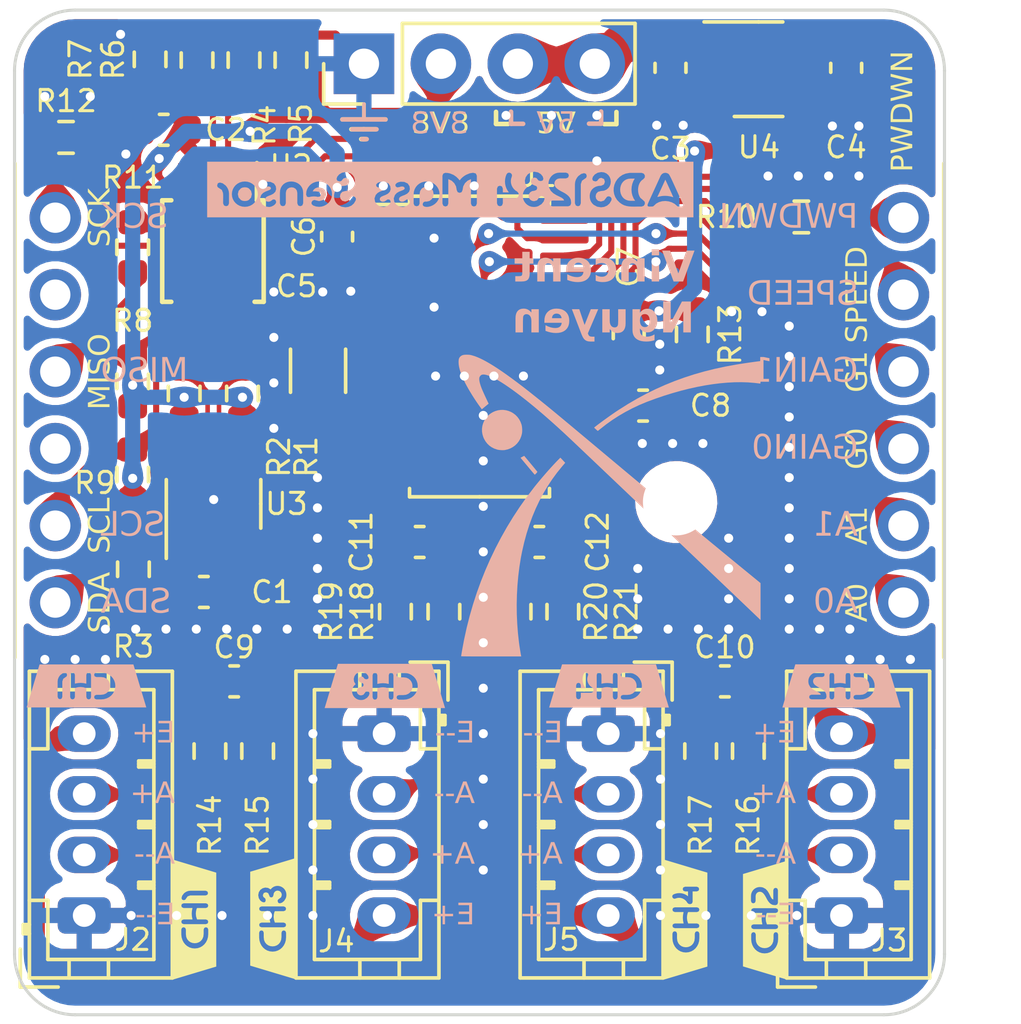
<source format=kicad_pcb>
(kicad_pcb (version 20221018) (generator pcbnew)
  (title_block (title "ADS1234 Mass Sensor + Temperature Sensor Hat") (date "2023-07-16") (rev "1") (company "EPFL Xplore") (comment 4 "Author: Vincent Nguyen"))
  (layers (0 "F.Cu" signal) (31 "B.Cu" signal) (34 "B.Paste" user) (35 "F.Paste" user) (36 "B.SilkS" user "B.Silkscreen") (37 "F.SilkS" user "F.Silkscreen") (38 "B.Mask" user) (39 "F.Mask" user) (44 "Edge.Cuts" user))
  (net 0 "")
  (net 1 "VDD")
  (net 2 "+3V3")
  (net 3 "/AINP4")
  (net 4 "/CH4_A+")
  (net 5 "/XORH")
  (net 6 "GND")
  (net 7 "/XORL")
  (net 8 "/MCU_~{PWDN}")
  (net 9 "/~{PWDN}")
  (net 10 "/MISO")
  (net 11 "/~{DRDY}{slash}DOUT")
  (net 12 "/SCK")
  (net 13 "/SCLK")
  (net 14 "+4V5")
  (net 15 "/AINP1")
  (net 16 "/CH1_A+")
  (net 17 "/AINN1")
  (net 18 "/CH1_A-")
  (net 19 "/AINP2")
  (net 20 "/CH2_A+")
  (net 21 "/AINN2")
  (net 22 "/CH2_A-")
  (net 23 "/AINP3")
  (net 24 "/CH3_A+")
  (net 25 "/AINN3")
  (net 26 "/CH3_A-")
  (net 27 "/AINN4")
  (net 28 "/CH4_A-")
  (net 30 "+5V")
  (net 34 "/A0")
  (net 35 "/A1")
  (net 36 "/GAIN0")
  (net 37 "/GAIN1")
  (net 38 "/SPEED")
  (net 40 "/SDA")
  (net 41 "/SCL")
  (net 42 "/REFP")
  (net 43 "/SCLOUT")
  (net 44 "/SDAOUT")
  (net 45 "/CAP1")
  (net 46 "/CAP2")
  (footprint "Resistor_SMD:R_0603_1608Metric" (layer "F.Cu") (at 104.645 67.37 -90)
    (fp_text reference "R19")
    (fp_text value "100R")
  )
  (footprint "Resistor_SMD:R_0603_1608Metric" (layer "F.Cu") (at 114.72 71.97 -90)
    (fp_text reference "R17")
    (fp_text value "100R")
  )
  (footprint "Package_TO_SOT_SMD:SOT-23-5" (layer "F.Cu") (at 98.64 63.8125 90)
    (fp_text reference "U3")
    (fp_text value "MCP9800A0T-M/OT")
  )
  (footprint "Connector_JST:JST_PH_B4B-PH-K_1x04_P2.00mm_Vertical" (layer "F.Cu") (at 111.67 71.395 -90)
    (fp_text reference "J5")
    (fp_text value "B4B-PH-K")
  )
  (footprint "Resistor_SMD:R_0603_1608Metric" (layer "F.Cu") (at 100.095 71.97 -90)
    (fp_text reference "R15")
    (fp_text value "100R")
  )
  (footprint "Connector_JST:JST_PH_B4B-PH-K_1x04_P2.00mm_Vertical" (layer "F.Cu") (at 119.37 77.395 90)
    (fp_text reference "J3")
    (fp_text value "B4B-PH-K")
  )
  (footprint "Resistor_SMD:R_0603_1608Metric" (layer "F.Cu") (at 95.97 59.77 90)
    (fp_text reference "R8")
    (fp_text value "DNP")
  )
  (footprint "Capacitor_SMD:C_1206_3216Metric" (layer "F.Cu") (at 102.09 59.42 -90)
    (fp_text reference "C5")
    (fp_text value "0.1uF C0G")
  )
  (footprint "Resistor_SMD:R_0603_1608Metric" (layer "F.Cu") (at 99.595 60.17 90)
    (fp_text reference "R1")
    (fp_text value "10k")
  )
  (footprint "Capacitor_SMD:C_0603_1608Metric" (layer "F.Cu") (at 109.395 65.07)
    (fp_text reference "C12")
    (fp_text value "10 nF C0G")
  )
  (footprint "0_connectors:Hat_connector_hole" (layer "F.Cu") (at 107.415 58.18)
    (fp_text reference "J1" hide)
    (fp_text value "Hat_connector_hole")
  )
  (footprint "kibuzzard-64B335C8" (layer "F.Cu") (at 100.58 77.5 90)
    (fp_text reference "kibuzzard-64B335C8" hide)
    (fp_text value "G***" hide)
  )
  (footprint "Resistor_SMD:R_0603_1608Metric" (layer "F.Cu") (at 106.245 67.37 -90)
    (fp_text reference "R18")
    (fp_text value "100R")
  )
  (footprint "Capacitor_SMD:C_0603_1608Metric" (layer "F.Cu") (at 105.445 65.07 180)
    (fp_text reference "C11")
    (fp_text value "10 nF C0G")
  )
  (footprint "Resistor_SMD:R_0603_1608Metric" (layer "F.Cu") (at 118.045 54.345 180)
    (fp_text reference "R10")
    (fp_text value "47R")
  )
  (footprint "Capacitor_SMD:C_0603_1608Metric" (layer "F.Cu") (at 115.52 69.67 180)
    (fp_text reference "C10")
    (fp_text value "10 nF C0G")
  )
  (footprint "Resistor_SMD:R_0603_1608Metric" (layer "F.Cu") (at 99.645 49.17 -90)
    (fp_text reference "R4")
    (fp_text value "1M")
  )
  (footprint "Resistor_SMD:R_0603_1608Metric" (layer "F.Cu") (at 108.595 67.37 -90)
    (fp_text reference "R20")
    (fp_text value "100R")
  )
  (footprint "Resistor_SMD:R_0603_1608Metric" (layer "F.Cu") (at 114.445 58.22 90)
    (fp_text reference "R13")
    (fp_text value "100R")
  )
  (footprint "Resistor_SMD:R_0603_1608Metric" (layer "F.Cu") (at 95.995 65.97 90)
    (fp_text reference "R3")
    (fp_text value "200R")
  )
  (footprint "Capacitor_SMD:C_0603_1608Metric" (layer "F.Cu") (at 96.995 51.47 180)
    (fp_text reference "C2")
    (fp_text value "0.1uF")
  )
  (footprint "Connector_JST:JST_PH_B4B-PH-K_1x04_P2.00mm_Vertical" (layer "F.Cu") (at 104.27 71.395 -90)
    (fp_text reference "J4")
    (fp_text value "B4B-PH-K")
  )
  (footprint "Capacitor_SMD:C_0603_1608Metric" (layer "F.Cu") (at 102.72 54.995 -90)
    (fp_text reference "C6")
    (fp_text value "0.1uF")
  )
  (footprint "Capacitor_SMD:C_0603_1608Metric_Pad1.08x0.95mm_HandSolder" (layer "F.Cu") (at 113.725 49.425 -90)
    (fp_text reference "C3")
    (fp_text value "2.2uF")
  )
  (footprint "Capacitor_SMD:C_0603_1608Metric" (layer "F.Cu") (at 112.345 58.22 -90)
    (fp_text reference "C7")
    (fp_text value "0.1uF")
  )
  (footprint "Resistor_SMD:R_0603_1608Metric" (layer "F.Cu") (at 101.195 49.17 90)
    (fp_text reference "R5")
    (fp_text value "681k")
  )
  (footprint "Resistor_SMD:R_0603_1608Metric" (layer "F.Cu") (at 95.97 62.845 90)
    (fp_text reference "R9")
    (fp_text value "DNP")
  )
  (footprint "Resistor_SMD:R_0603_1608Metric" (layer "F.Cu") (at 98.52 71.97 -90)
    (fp_text reference "R14")
    (fp_text value "100R")
  )
  (footprint "Resistor_SMD:R_0603_1608Metric" (layer "F.Cu") (at 116.295 71.97 -90)
    (fp_text reference "R16")
    (fp_text value "100R")
  )
  (footprint "kibuzzard-64B339D1" (layer "F.Cu") (at 114.23 77.53 90)
    (fp_text reference "kibuzzard-64B339D1" hide)
    (fp_text value "G***" hide)
  )
  (footprint "Capacitor_SMD:C_0603_1608Metric" (layer "F.Cu") (at 98.320001 66.72)
    (fp_text reference "C1")
    (fp_text value "0.1uF")
  )
  (footprint "0_adc:ADS1234" (layer "F.Cu") (at 107.42 58.62)
    (fp_text reference "U1")
    (fp_text value "ADS1234IPW")
  )
  (footprint "Package_TO_SOT_SMD:SOT-23-5" (layer "F.Cu") (at 116.6325 49.470001)
    (fp_text reference "U4")
    (fp_text value "ADP7118AUJZ-4.5-R7")
  )
  (footprint "Resistor_SMD:R_0603_1608Metric" (layer "F.Cu") (at 96.545 49.145 90)
    (fp_text reference "R7")
    (fp_text value "681k")
  )
  (footprint "Resistor_SMD:R_0603_1608Metric" (layer "F.Cu") (at 97.67 60.17 90)
    (fp_text reference "R2")
    (fp_text value "10k")
  )
  (footprint "Resistor_SMD:R_0603_1608Metric" (layer "F.Cu") (at 110.17 67.37 -90)
    (fp_text reference "R21")
    (fp_text value "100R")
  )
  (footprint "Capacitor_SMD:C_0603_1608Metric" (layer "F.Cu") (at 99.32 69.67)
    (fp_text reference "C9")
    (fp_text value "10 nF C0G")
  )
  (footprint "kibuzzard-64B335B3" (layer "F.Cu") (at 116.83 77.55 90)
    (fp_text reference "kibuzzard-64B335B3" hide)
    (fp_text value "G***" hide)
  )
  (footprint "Capacitor_SMD:C_0603_1608Metric_Pad1.08x0.95mm_HandSolder" (layer "F.Cu") (at 119.525 49.425 -90)
    (fp_text reference "C4")
    (fp_text value "2.2uF")
  )
  (footprint "Connector_JST:JST_PH_B4B-PH-K_1x04_P2.00mm_Vertical" (layer "F.Cu") (at 94.37 77.395 90)
    (fp_text reference "J2")
    (fp_text value "B4B-PH-K")
  )
  (footprint "Capacitor_SMD:C_0603_1608Metric" (layer "F.Cu") (at 112.82 60.57 180)
    (fp_text reference "C8")
    (fp_text value "10 nF C0G")
  )
  (footprint "Resistor_SMD:R_0603_1608Metric" (layer "F.Cu") (at 93.77 51.72)
    (fp_text reference "R12")
    (fp_text value "47R")
  )
  (footprint "Resistor_SMD:R_0603_1608Metric" (layer "F.Cu") (at 95.97 55.345 90)
    (fp_text reference "R11")
    (fp_text value "47R")
  )
  (footprint "Package_SO:MSOP-10_3x3mm_P0.5mm" (layer "F.Cu") (at 98.62 55.47 -90)
    (fp_text reference "U2")
    (fp_text value "LTC4316")
  )
  (footprint "kibuzzard-64B339BA" (layer "F.Cu") (at 98.02 77.53 90)
    (fp_text reference "kibuzzard-64B339BA" hide)
    (fp_text value "G***" hide)
  )
  (footprint "Resistor_SMD:R_0603_1608Metric" (layer "F.Cu") (at 98.095 49.17 -90)
    (fp_text reference "R6")
    (fp_text value "1M")
  )
  (footprint "kibuzzard-64B335C8" (layer "B.Cu") (at 104.295 69.82 180)
    (fp_text reference "kibuzzard-64B335C8" hide)
    (fp_text value "G***" hide)
  )
  (footprint "kibuzzard-64B335B3" (layer "B.Cu") (at 119.37 69.82 180)
    (fp_text reference "kibuzzard-64B335B3" hide)
    (fp_text value "G***" hide)
  )
  (footprint "kibuzzard-64B335D1" (layer "B.Cu") (at 94.445 69.82 180)
    (fp_text reference "kibuzzard-64B335D1" hide)
    (fp_text value "G***" hide)
  )
  (footprint "kibuzzard-64B338A8" (layer "B.Cu") (at 106.455 53.44 180)
    (fp_text reference "kibuzzard-64B338A8" hide)
    (fp_text value "G***" hide)
  )
  (footprint "0_graphic:Xplore_Logo_X_only_10mm" (layer "B.Cu") (at 111.715 63.87 180)
    (fp_text reference "G1" hide)
    (fp_text value "Xplore_Logo" hide)
  )
  (footprint "kibuzzard-64B335BD" (layer "B.Cu") (at 111.695 69.82 180)
    (fp_text reference "kibuzzard-64B335BD" hide)
    (fp_text value "G***" hide)
  )
  (gr_line (start 103.605 51.1275) (end 104.315 51.1275) (stroke (width 0.15)) (layer "B.SilkS"))
  (gr_line (start 111.435 50.8675) (end 111.435 51.2675) (stroke (width 0.15)) (layer "B.SilkS"))
  (gr_line (start 102.895 51.1275) (end 103.605 51.1275) (stroke (width 0.15)) (layer "B.SilkS"))
  (gr_line (start 104.02 51.4525) (end 103.62 51.4525) (stroke (width 0.15)) (layer "B.SilkS"))
  (gr_line (start 108.460002 51.2725) (end 108.460001 50.8725) (stroke (width 0.15)) (layer "B.SilkS"))
  (gr_line (start 103.545 51.7775) (end 103.62 51.7775) (stroke (width 0.15)) (layer "B.SilkS"))
  (gr_line (start 103.22 51.4525) (end 103.62 51.4525) (stroke (width 0.15)) (layer "B.SilkS"))
  (gr_line (start 103.695 51.7775) (end 103.62 51.7775) (stroke (width 0.15)) (layer "B.SilkS"))
  (gr_line (start 103.605 51.1275) (end 103.605 50.62) (stroke (width 0.12)) (layer "B.SilkS"))
  (gr_line (start 108.86 51.2725) (end 108.460002 51.2725) (stroke (width 0.15)) (layer "B.SilkS"))
  (gr_line (start 111.435 51.2675) (end 111.035 51.2675) (stroke (width 0.15)) (layer "B.SilkS"))
  (gr_line (start 111.939998 51.2825) (end 111.54 51.2825) (stroke (width 0.15)) (layer "F.SilkS"))
  (gr_line (start 102.895 51.1275) (end 103.605 51.1275) (stroke (width 0.15)) (layer "F.SilkS"))
  (gr_line (start 103.59 51.4525) (end 103.99 51.4525) (stroke (width 0.15)) (layer "F.SilkS"))
  (gr_line (start 108.365 51.2775) (end 107.965 51.2775) (stroke (width 0.15)) (layer "F.SilkS"))
  (gr_line (start 103.59 51.4525) (end 103.19 51.4525) (stroke (width 0.15)) (layer "F.SilkS"))
  (gr_line (start 111.939999 50.8825) (end 111.939998 51.2825) (stroke (width 0.15)) (layer "F.SilkS"))
  (gr_line (start 103.605 51.1275) (end 104.315 51.1275) (stroke (width 0.15)) (layer "F.SilkS"))
  (gr_line (start 103.605 50.62) (end 103.605 51.1275) (stroke (width 0.12)) (layer "F.SilkS"))
  (gr_line (start 107.965 51.2775) (end 107.965 50.8775) (stroke (width 0.15)) (layer "F.SilkS"))
  (gr_line (start 103.59 51.7775) (end 103.515 51.7775) (stroke (width 0.15)) (layer "F.SilkS"))
  (gr_line (start 103.59 51.7775) (end 103.665 51.7775) (stroke (width 0.15)) (layer "F.SilkS"))
  (gr_line (start 120.77 80.67) (end 94.07 80.67) (stroke (width 0.1)) (layer "Edge.Cuts"))
  (gr_line (start 94.07 47.52) (end 120.77 47.52) (stroke (width 0.1)) (layer "Edge.Cuts"))
  (gr_arc (start 94.07 80.67) (mid 92.655786 80.084214) (end 92.07 78.67) (stroke (width 0.1)) (layer "Edge.Cuts"))
  (gr_line (start 92.07 78.67) (end 92.07 49.52) (stroke (width 0.1)) (layer "Edge.Cuts"))
  (gr_arc (start 120.77 47.52) (mid 122.184214 48.105786) (end 122.77 49.52) (stroke (width 0.1)) (layer "Edge.Cuts"))
  (gr_arc (start 92.07 49.52) (mid 92.655786 48.105786) (end 94.07 47.52) (stroke (width 0.1)) (layer "Edge.Cuts"))
  (gr_arc (start 122.77 78.67) (mid 122.184214 80.084214) (end 120.77 80.67) (stroke (width 0.1)) (layer "Edge.Cuts"))
  (gr_line (start 122.77 49.52) (end 122.77 78.67) (stroke (width 0.1)) (layer "Edge.Cuts"))
  (gr_text "A--" (at 117.87 75.395) (layer "B.SilkS") (effects (font (size 0.7 0.7) (thickness 0.1)) (justify left mirror)))
  (gr_text "E--" (at 107.27 71.395) (layer "B.SilkS") (effects (font (size 0.7 0.7) (thickness 0.1)) (justify left mirror)))
  (gr_text "A+" (at 117.87 73.395) (layer "B.SilkS") (effects (font (size 0.7 0.7) (thickness 0.1)) (justify left mirror)))
  (gr_text "E+" (at 107.27 77.395) (layer "B.SilkS") (effects (font (size 0.7 0.7) (thickness 0.1)) (justify left mirror)))
  (gr_text "E--" (at 110.17 71.395) (layer "B.SilkS") (effects (font (size 0.7 0.7) (thickness 0.1)) (justify left mirror)))
  (gr_text "A+" (at 97.37 73.395) (layer "B.SilkS") (effects (font (size 0.7 0.7) (thickness 0.1)) (justify left mirror)))
  (gr_text "A+" (at 107.27 75.395) (layer "B.SilkS") (effects (font (size 0.7 0.7) (thickness 0.1)) (justify left mirror)))
  (gr_text "A--" (at 97.37 75.395) (layer "B.SilkS") (effects (font (size 0.7 0.7) (thickness 0.1)) (justify left mirror)))
  (gr_text "A+" (at 110.17 75.395) (layer "B.SilkS") (effects (font (size 0.7 0.7) (thickness 0.1)) (justify left mirror)))
  (gr_text "A--" (at 110.17 73.395) (layer "B.SilkS") (effects (font (size 0.7 0.7) (thickness 0.1)) (justify left mirror)))
  (gr_text "A--" (at 107.27 73.395) (layer "B.SilkS") (effects (font (size 0.7 0.7) (thickness 0.1)) (justify left mirror)))
  (gr_text "E+" (at 117.87 71.395) (layer "B.SilkS") (effects (font (size 0.7 0.7) (thickness 0.1)) (justify left mirror)))
  (gr_text "E+" (at 110.17 77.395) (layer "B.SilkS") (effects (font (size 0.7 0.7) (thickness 0.1)) (justify left mirror)))
  (gr_text "E--" (at 97.37 77.395) (layer "B.SilkS") (effects (font (size 0.7 0.7) (thickness 0.1)) (justify left mirror)))
  (gr_text "5V" (at 109.945 51.28) (layer "B.SilkS") (effects (font (size 0.7 0.7) (thickness 0.1)) (justify mirror)))
  (gr_text "E+" (at 97.37 71.395) (layer "B.SilkS") (effects (font (size 0.7 0.7) (thickness 0.1)) (justify left mirror)))
  (gr_text "3V3" (at 106.095 51.29) (layer "B.SilkS") (effects (font (size 0.7 0.7) (thickness 0.1)) (justify mirror)))
  (gr_text "Vincent \nNguyen" (at 114.525 56.9) (layer "B.SilkS") (effects (font (size 1 1) (thickness 0.16) bold) (justify left mirror)))
  (gr_text "E--" (at 117.87 77.395) (layer "B.SilkS") (effects (font (size 0.7 0.7) (thickness 0.1)) (justify left mirror)))
  (gr_text "5V" (at 109.955 51.29) (layer "F.SilkS") (effects (font (size 0.7 0.7) (thickness 0.1))))
  (gr_text "3V3" (at 106.145 51.29) (layer "F.SilkS") (effects (font (size 0.7 0.7) (thickness 0.1))))
  (segment (start 97.545001 66.72) (end 97.545001 65.094999) (width 0.5) (layer "F.Cu") (net 1))
  (segment (start 95.995 66.795) (end 97.470001 66.795) (width 0.5) (layer "F.Cu") (net 1))
  (segment (start 97.545001 65.094999) (end 97.69 64.95) (width 0.5) (layer "F.Cu") (net 1))
  (segment (start 97.470001 66.795) (end 97.545001 66.72) (width 0.5) (layer "F.Cu") (net 1))
  (segment (start 97.67 60.995) (end 97.67 60.2945) (width 0.2) (layer "F.Cu") (net 2))
  (segment (start 102.12 49.495) (end 102.12 50.595) (width 0.3) (layer "F.Cu") (net 2))
  (segment (start 95.995 63.695) (end 95.97 63.67) (width 0.5) (layer "F.Cu") (net 2))
  (segment (start 100.47 49.17) (end 101.795 49.17) (width 0.3) (layer "F.Cu") (net 2))
  (segment (start 97.095 53.27) (end 96.845 53.02) (width 0.2) (layer "F.Cu") (net 2))
  (segment (start 105.72 50.995) (end 102.52 50.995) (width 0.5) (layer "F.Cu") (net 2))
  (segment (start 101.045 50.995) (end 101.72 50.995) (width 0.3) (layer "F.Cu") (net 2))
  (segment (start 97.77 51.47) (end 97.77 52.02) (width 0.5) (layer "F.Cu") (net 2))
  (segment (start 102.895 54.395) (end 102.72 54.22) (width 0.3) (layer "F.Cu") (net 2))
  (segment (start 101.045 50.995) (end 100.345 50.995) (width 0.5) (layer "F.Cu") (net 2))
  (segment (start 98.12 53.27) (end 98.12 52.37) (width 0.3) (layer "F.Cu") (net 2))
  (segment (start 102.72 54.22) (end 102.72 53.37) (width 0.5) (layer "F.Cu") (net 2))
  (segment (start 97.62 53.27) (end 97.095 53.27) (width 0.2) (layer "F.Cu") (net 2))
  (segment (start 95.97 63.67) (end 95.97 62.9695) (width 0.2) (layer "F.Cu") (net 2))
  (segment (start 99.845 51.495) (end 99.845 51.52) (width 0.5) (layer "F.Cu") (net 2))
  (segment (start 101.72 50.995) (end 102.12 50.595) (width 0.3) (layer "F.Cu") (net 2))
  (segment (start 102.12 50.595) (end 102.52 50.995) (width 0.3) (layer "F.Cu") (net 2))
  (segment (start 104.62 54.395) (end 102.895 54.395) (width 0.3) (layer "F.Cu") (net 2))
  (segment (start 101.795 49.17) (end 102.12 49.495) (width 0.3) (layer "F.Cu") (net 2))
  (segment (start 96.845 52.42) (end 96.845 52.395) (width 0.5) (layer "F.Cu") (net 2))
  (segment (start 95.995 65.145) (end 95.995 63.695) (width 0.5) (layer "F.Cu") (net 2))
  (segment (start 99.645 48.345) (end 100.47 49.17) (width 0.3) (layer "F.Cu") (net 2))
  (segment (start 98.095 48.345) (end 99.645 48.345) (width 0.2) (layer "F.Cu") (net 2))
  (segment (start 97.77 52.02) (end 97.87 52.12) (width 0.5) (layer "F.Cu") (net 2))
  (segment (start 99.595 60.995) (end 99.595 60.295) (width 0.2) (layer "F.Cu") (net 2))
  (segment (start 102.52 50.995) (end 101.045 50.995) (width 0.5) (layer "F.Cu") (net 2))
  (segment (start 95.97 60.595) (end 95.97 59.8945) (width 0.2) (layer "F.Cu") (net 2))
  (segment (start 96.845 52.395) (end 97.77 51.47) (width 0.5) (layer "F.Cu") (net 2))
  (segment (start 106.145 50.57) (end 105.72 50.995) (width 0.5) (layer "F.Cu") (net 2))
  (segment (start 100.345 50.995) (end 99.845 51.495) (width 0.5) (layer "F.Cu") (net 2))
  (segment (start 106.145 49.29) (end 106.145 50.57) (width 0.5) (layer "F.Cu") (net 2))
  (segment (start 98.12 52.37) (end 97.87 52.12) (width 0.3) (layer "F.Cu") (net 2))
  (segment (start 96.845 53.02) (end 96.845 52.42) (width 0.2) (layer "F.Cu") (net 2))
  (via (at 96.845 52.42) (size 0.7) (drill 0.3) (layers "F.Cu" "B.Cu") (net 2))
  (via (at 95.97 59.8945) (size 0.7) (drill 0.3) (layers "F.Cu" "B.Cu") (net 2))
  (via (at 99.595 60.295) (size 0.7) (drill 0.3) (layers "F.Cu" "B.Cu") (net 2))
  (via (at 99.845 51.52) (size 0.7) (drill 0.3) (layers "F.Cu" "B.Cu") (net 2))
  (via (at 102.72 53.37) (size 0.7) (drill 0.3) (layers "F.Cu" "B.Cu") (net 2))
  (via (at 95.97 62.9695) (size 0.7) (drill 0.3) (layers "F.Cu" "B.Cu") (net 2))
  (via (at 97.67 60.2945) (size 0.7) (drill 0.3) (layers "F.Cu" "B.Cu") (net 2))
  (segment (start 95.97 53.295) (end 95.97 59.8945) (width 0.5) (layer "B.Cu") (net 2))
  (segment (start 101.995 51.52) (end 102.72 52.245) (width 0.5) (layer "B.Cu") (net 2))
  (segment (start 95.97 59.8945) (end 95.97 62.9695) (width 0.5) (layer "B.Cu") (net 2))
  (segment (start 102.72 52.245) (end 102.72 53.37) (width 0.5) (layer "B.Cu") (net 2))
  (segment (start 99.5945 60.2945) (end 99.595 60.295) (width 0.5) (layer "B.Cu") (net 2))
  (segment (start 97.745 51.52) (end 96.845 52.42) (width 0.5) (layer "B.Cu") (net 2))
  (segment (start 99.845 51.52) (end 101.995 51.52) (width 0.5) (layer "B.Cu") (net 2))
  (segment (start 96.845 52.42) (end 95.97 53.295) (width 0.5) (layer "B.Cu") (net 2))
  (segment (start 99.845 51.52) (end 97.745 51.52) (width 0.5) (layer "B.Cu") (net 2))
  (segment (start 96.37 60.2945) (end 95.97 59.8945) (width 0.5) (layer "B.Cu") (net 2))
  (segment (start 97.67 60.2945) (end 99.5945 60.2945) (width 0.5) (layer "B.Cu") (net 2))
  (segment (start 97.67 60.2945) (end 96.37 60.2945) (width 0.5) (layer "B.Cu") (net 2))
  (segment (start 109.07 62.195) (end 110.22 62.195) (width 0.2) (layer "F.Cu") (net 3))
  (segment (start 108.62 65.07) (end 108.62 62.645) (width 0.2) (layer "F.Cu") (net 3))
  (segment (start 108.595 66.545) (end 108.595 65.095) (width 0.2) (layer "F.Cu") (net 3))
  (segment (start 108.62 62.645) (end 109.07 62.195) (width 0.2) (layer "F.Cu") (net 3))
  (segment (start 108.595 65.095) (end 108.62 65.07) (width 0.2) (layer "F.Cu") (net 3))
  (segment (start 108.595 74.445) (end 109.545 75.395) (width 0.2) (layer "F.Cu") (net 4))
  (segment (start 108.595 68.195) (end 108.595 74.445) (width 0.2) (layer "F.Cu") (net 4))
  (segment (start 109.545 75.395) (end 111.67 75.395) (width 0.2) (layer "F.Cu") (net 4))
  (segment (start 99.12 53.27) (end 99.12 50.52) (width 0.2) (layer "F.Cu") (net 5))
  (segment (start 99.645 49.995) (end 101.195 49.995) (width 0.2) (layer "F.Cu") (net 5))
  (segment (start 99.12 50.52) (end 99.645 49.995) (width 0.2) (layer "F.Cu") (net 5))
  (segment (start 105.595 57.645) (end 105.92 57.32) (width 0.3) (layer "F.Cu") (net 6))
  (segment (start 102.66 48.345) (end 103.605 49.29) (width 0.3) (layer "F.Cu") (net 6))
  (segment (start 98.64 66.264999) (end 99.095001 66.72) (width 0.5) (layer "F.Cu") (net 6))
  (segment (start 104.62 56.995) (end 105.595 56.995) (width 0.3) (layer "F.Cu") (net 6))
  (segment (start 110.22 58.945) (end 112.295 58.945) (width 0.3) (layer "F.Cu") (net 6))
  (segment (start 100.27 53.27) (end 100.02 53.27) (width 0.5) (layer "F.Cu") (net 6))
  (segment (start 111.12 60.245) (end 111.445 60.57) (width 0.3) (layer "F.Cu") (net 6))
  (segment (start 95.745 52.27) (end 96.22 51.795) (width 0.2) (layer "F.Cu") (net 6))
  (segment (start 115.495 49.470001) (end 114.542499 49.470001) (width 0.5) (layer "F.Cu") (net 6))
  (segment (start 98.64 63.675) (end 98.645 63.67) (width 0.3) (layer "F.Cu") (net 6))
  (segment (start 100.02 53.27) (end 99.62 53.27) (width 0.3) (layer "F.Cu") (net 6))
  (segment (start 112.295 58.945) (end 112.345 58.995) (width 0.3) (layer "F.Cu") (net 6))
  (segment (start 114.542499 49.470001) (end 113.725 50.2875) (width 0.5) (layer "F.Cu") (net 6))
  (segment (start 104.62 55.045) (end 105.92 55.045) (width 0.3) (layer "F.Cu") (net 6))
  (segment (start 96.22 51.795) (end 96.22 51.47) (width 0.2) (layer "F.Cu") (net 6))
  (segment (start 110.22 60.245) (end 111.12 60.245) (width 0.3) (layer "F.Cu") (net 6))
  (segment (start 104.62 57.645) (end 105.595 57.645) (width 0.3) (layer "F.Cu") (net 6))
  (segment (start 104.62 55.045) (end 103.445 55.045) (width 0.3) (layer "F.Cu") (net 6))
  (segment (start 103.445 55.045) (end 102.72 55.77) (width 0.3) (layer "F.Cu") (net 6))
  (segment (start 104.62 55.045) (end 104.62 55.695) (width 0.3) (layer "F.Cu") (net 6))
  (segment (start 105.595 56.995) (end 105.92 57.32) (width 0.3) (layer "F.Cu") (net 6))
  (segment (start 101.195 48.345) (end 102.66 48.345) (width 0.3) (layer "F.Cu") (net 6))
  (segment (start 98.64 64.95) (end 98.64 66.264999) (width 0.5) (layer "F.Cu") (net 6))
  (segment (start 111.445 60.57) (end 112.045 60.57) (width 0.3) (layer "F.Cu") (net 6))
  (via (at 105.745 53.32) (size 0.7) (drill 0.3) (layers "F.Cu" "B.Cu") (net 6))
  (via (at 101.92 72.895) (size 0.7) (drill 0.3) (layers "F.Cu" "B.Cu") (net 6))
  (via (at 100.42 77.395) (size 0.7) (drill 0.3) (layers "F.Cu" "B.Cu") (net 6))
  (via (at 95.07 68.945) (size 0.7) (drill 0.3) (layers "F.Cu" "B.Cu") (net 6))
  (via (at 111.295 50.995) (size 0.7) (drill 0.3) (layers "F.Cu" "B.Cu") (net 6))
  (via (at 102.245 56.82) (size 0.7) (drill 0.3) (layers "F.Cu" "B.Cu") (net 6))
  (via (at 102.07 67.945) (size 0.7) (drill 0.3) (layers "F.Cu" "B.Cu") (net 6))
  (via (at 117.645 64.945001) (size 0.7) (drill 0.3) (layers "F.Cu" "B.Cu") (net 6))
  (via (at 113.395 72.895) (size 0.7) (drill 0.3) (layers "F.Cu" "B.Cu") (net 6))
  (via (at 101.92 77.395) (size 0.7) (drill 0.3) (layers "F.Cu" "B.Cu") (net 6))
  (via (at 113.27 51.32) (size 0.7) (drill 0.3) (layers "F.Cu" "B.Cu") (net 6))
  (via (at 113.795 61.82) (size 0.7) (drill 0.3) (layers "F.Cu" "B.Cu") (net 6))
  (via (at 107.545 62.395) (size 0.7) (drill 0.3) (layers "F.Cu" "B.Cu") (net 6))
  (via (at 100.63 61.32) (size 0.7) (drill 0.3) (layers "F.Cu" "B.Cu") (net 6))
  (via (at 107.545 60.895) (size 0.7) (drill 0.3) (layers "F.Cu" "B.Cu") (net 6))
  (via (at 98.92 77.395) (size 0.7) (drill 0.3) (layers "F.Cu" "B.Cu") (net 6))
  (via (at 101.07 67.945) (size 0.7) (drill 0.3) (layers "F.Cu" "B.Cu") (net 6))
  (via (at 100.63 59.82) (size 0.7) (drill 0.3) (layers "F.Cu" "B.Cu") (net 6))
  (via (at 114.145 51.32) (size 0.7) (drill 0.3) (layers "F.Cu" "B.Cu") (net 6))
  (via (at 117.645 62.945001) (size 0.7) (drill 0.3) (layers "F.Cu" "B.Cu") (net 6))
  (via (at 96.07 67.945) (size 0.7) (drill 0.3) (layers "F.Cu" "B.Cu") (net 6))
  (via (at 119.645 68.945) (size 0.7) (drill 0.3) (layers "F.Cu" "B.Cu") (net 6))
  (via (at 113.395 74.395) (size 0.7) (drill 0.3) (layers "F.Cu" "B.Cu") (net 6))
  (via (at 117.645 65.945001) (size 0.7) (drill 0.3) (layers "F.Cu" "B.Cu") (net 6))
  (via (at 113.395 71.395) (size 0.7) (drill 0.3) (layers "F.Cu" "B.Cu") (net 6))
  (via (at 98.645 63.67) (size 0.7) (drill 0.3) (layers "F.Cu" "B.Cu") (net 6))
  (via (at 107.545 68.395) (size 0.7) (drill 0.3) (layers "F.Cu" "B.Cu") (net 6))
  (via (at 93.07 50.37) (size 0.7) (drill 0.3) (layers "F.Cu" "B.Cu") (net 6))
  (via (at 117.645 66.945001) (size 0.7) (drill 0.3) (layers "F.Cu" "B.Cu") (net 6))
  (via (at 108.295 50.995) (size 0.7) (drill 0.3) (layers "F.Cu" "B.Cu") (net 6))
  (via (at 113.395 77.395) (size 0.7) (drill 0.3) (layers "F.Cu" "B.Cu") (net 6))
  (via (at 115.645 67.945) (size 0.7) (drill 0.3) (layers "F.Cu" "B.Cu") (net 6))
  (via (at 95.92 77.395) (size 0.7) (drill 0.3) (layers "F.Cu" "B.Cu") (net 6))
  (via (at 102.07 62.945) (size 0.7) (drill 0.3) (layers "F.Cu" "B.Cu") (net 6))
  (via (at 119.945 51.345) (size 0.7) (drill 0.3) (layers "F.Cu" "B.Cu") (net 6))
  (via (at 117.645 57.945001) (size 0.7) (drill 0.3) (layers "F.Cu" "B.Cu") (net 6))
  (via (at 97.07 67.945) (size 0.7) (drill 0.3) (layers "F.Cu" "B.Cu") (net 6))
  (via (at 119.07 51.345) (size 0.7) (drill 0.3) (layers "F.Cu" "B.Cu") (net 6))
  (via (at 115.745 57.47) (size 0.7) (drill 0.3) (layers "F.Cu" "B.Cu") (net 6))
  (via (at 107.545 71.395) (size 0.7) (drill 0.3) (layers "F.Cu" "B.Cu") (net 6))
  (via (at 114.895 77.395) (size 0.7) (drill 0.3) (layers "F.Cu" "B.Cu") (net 6))
  (via (at 99.07 67.945) (size 0.7) (drill 0.3) (layers "F.Cu" "B.Cu") (net 6))
  (via (at 112.645 65.944999) (size 0.7) (drill 0.3) (layers "F.Cu" "B.Cu") (net 6))
  (via (at 94.57 50.37) (size 0.7) (drill 0.3) (layers "F.Cu" "B.Cu") (net 6))
  (via (at 107.545 63.895) (size 0.7) (drill 0.3) (layers "F.Cu" "B.Cu") (net 6))
  (via (at 100.63 56.82) (size 0.7) (drill 0.3) (layers "F.Cu" "B.Cu") (net 6))
  (via (at 100.27 53.27) (size 0.7) (drill 0.3) (layers "F.Cu" "B.Cu") (net 6))
  (via (at 117.895 77.395) (size 0.7) (drill 0.3) (layers "F.Cu" "B.Cu") (net 6))
  (via (at 102.07 63.945) (size 0.7) (drill 0.3) (layers "F.Cu" "B.Cu") (net 6))
  (via (at 114.795001 61.82) (size 0.7) (drill 0.3) (layers "F.Cu" "B.Cu") (net 6))
  (via (at 113.395 75.895) (size 0.7) (drill 0.3) (layers "F.Cu" "B.Cu") (net 6))
  (via (at 117.645 58.945001) (size 0.7) (drill 0.3) (layers "F.Cu" "B.Cu") (net 6))
  (via (at 115.645 65.945001) (size 0.7) (drill 0.3) (layers "F.Cu" "B.Cu") (net 6))
  (via (at 107.545 66.895) (size 0.7) (drill 0.3) (layers "F.Cu" "B.Cu") (net 6))
  (via (at 97.42 77.395) (size 0.7) (drill 0.3) (layers "F.Cu" "B.Cu") (net 6))
  (via (at 105.97 59.595) (size 0.7) (drill 0.3) (layers "F.Cu" "B.Cu") (net 6))
  (via (at 108.87 59.595) (size 0.7) (drill 0.3) (layers "F.Cu" "B.Cu") (net 6))
  (via (at 118.645 67.945) (size 0.7) (drill 0.3) (layers "F.Cu" "B.Cu") (net 6))
  (via (at 116.395 77.395) (size 0.7) (drill 0.3) (layers "F.Cu" "B.Cu") (net 6))
  (via (at 107.895 59.595) (size 0.7) (drill 0.3) (layers "F.Cu" "B.Cu") (net 6))
  (via (at 117.645 67.945) (size 0.7) (drill 0.3) (layers "F.Cu" "B.Cu") (net 6))
  (via (at 120.645 68.945) (size 0.7) (drill 0.3) (layers "F.Cu" "B.Cu") (net 6))
  (via (at 117.645 60.945001) (size 0.7) (drill 0.3) (layers "F.Cu" "B.Cu") (net 6))
  (via (at 113.37 58.545) (size 0.7) (drill 0.3) (layers "F.Cu" "B.Cu") (net 6))
  (via (at 98.07 67.945) (size 0.7) (drill 0.3) (layers "F.Cu" "B.Cu") (net 6))
  (via (at 104.245 53.32) (size 0.7) (drill 0.3) (layers "F.Cu" "B.Cu") (net 6))
  (via (at 100.07 67.945) (size 0.7) (drill 0.3) (layers "F.Cu" "B.Cu") (net 6))
  (via (at 111.295 52.495) (size 0.7) (drill 0.3) (layers "F.Cu" "B.Cu") (net 6))
  (via (at 102.07 66.945) (size 0.7) (drill 0.3) (layers "F.Cu" "B.Cu") (net 6))
  (via (at 117.645 63.945001) (size 0.7) (drill 0.3) (layers "F.Cu" "B.Cu") (net 6))
  (via (at 109.795 50.995) (size 0.7) (drill 0.3) (layers "F.Cu" "B.Cu") (net 6))
  (via (at 121.645001 68.945) (size 0.7) (drill 0.3) (layers "F.Cu" "B.Cu") (net 6))
  (via (at 114.645 67.945) (size 0.7) (drill 0.3) (layers "F.Cu" "B.Cu") (net 6))
  (via (at 107.545 65.395) (size 0.7) (drill 0.3) (layers "F.Cu" "B.Cu") (net 6))
  (via (at 113.645 67.945) (size 0.7) (drill 0.3) (layers "F.Cu" "B.Cu") (net 6))
  (via (at 119.945 52.995) (size 0.7) (drill 0.3) (layers "F.Cu" "B.Cu") (net 6))
  (via (at 117.645 59.945001) (size 0.7) (drill 0.3) (layers "F.Cu" "B.Cu") (net 6))
  (via (at 95.57 48.32) (size 0.7) (drill 0.3) (layers "F.Cu" "B.Cu") (net 6))
  (via (at 119.645 67.945) (size 0.7) (drill 0.3) (layers "F.Cu" "B.Cu") (net 6))
  (via (at 107.545 75.895) (size 0.7) (drill 0.3) (layers "F.Cu" "B.Cu") (net 6))
  (via (at 113.37 59.395) (size 0.7) (drill 0.3) (layers "F.Cu" "B.Cu") (net 6))
  (via (at 102.07 64.945) (size 0.7) (drill 0.3) (layers "F.Cu" "B.Cu") (net 6))
  (via (at 101.92 74.395) (size 0.7) (drill 0.3) (layers "F.Cu" "B.Cu") (net 6))
  (via (at 115.645 66.945001) (size 0.7) (drill 0.3) (layers "F.Cu" "B.Cu") (net 6))
  (via (at 93.07 68.945) (size 0.7) (drill 0.3) (layers "F.Cu" "B.Cu") (net 6))
  (via (at 100.63 58.32) (size 0.7) (drill 0.3) (layers "F.Cu" "B.Cu") (net 6))
  (via (at 107.545 74.395) (size 0.7) (drill 0.3) (layers "F.Cu" "B.Cu") (net 6))
  (via (at 118.944999 52.995) (size 0.7) (drill 0.3) (layers "F.Cu" "B.Cu") (net 6))
  (via (at 107.545 72.895) (size 0.7) (drill 0.3) (layers "F.Cu" "B.Cu") (net 6))
  (via (at 101.92 71.395) (size 0.7) (drill 0.3) (layers "F.Cu" "B.Cu") (net 6))
  (via (at 105.92 57.32) (size 0.7) (drill 0.3) (layers "F.Cu" "B.Cu") (net 6))
  (via (at 102.07 65.944999) (size 0.7) (drill 0.3) (layers "F.Cu" "B.Cu") (net 6))
  (via (at 116.944999 52.995) (size 0.7) (drill 0.3) (layers "F.Cu" "B.Cu") (net 6))
  (via (at 107.545 69.895) (size 0.7) (drill 0.3) (layers "F.Cu" "B.Cu") (net 6))
  (via (at 101.92 75.895) (size 0.7) (drill 0.3) (layers "F.Cu" "B.Cu") (net 6))
  (via (at 95.07 67.945) (size 0.7) (drill 0.3) (layers "F.Cu" "B.Cu") (net 6))
  (via (at 105.92 55.045) (size 0.7) (drill 0.3) (layers "F.Cu" "B.Cu") (net 6))
  (via (at 117.645 61.945) (size 0.7) (drill 0.3) (layers "F.Cu" "B.Cu") (net 6))
  (via (at 103.17 56.795) (size 0.7) (drill 0.3) (layers "F.Cu" "B.Cu") (net 6))
  (via (at 117.944999 52.995) (size 0.7) (drill 0.3) (layers "F.Cu" "B.Cu") (net 6))
  (via (at 95.745 52.27) (size 0.7) (drill 0.3) (layers "F.Cu" "B.Cu") (net 6))
  (via (at 116.745 57.47) (size 0.7) (drill 0.3) (layers "F.Cu" "B.Cu") (net 6))
  (via (at 94.07 68.945) (size 0.7) (drill 0.3) (layers "F.Cu" "B.Cu") (net 6))
  (via (at 112.645 67.945) (size 0.7) (drill 0.3) (layers "F.Cu" "B.Cu") (net 6))
  (via (at 112.645 66.945) (size 0.7) (drill 0.3) (layers "F.Cu" "B.Cu") (net 6))
  (via (at 107.245 53.32) (size 0.7) (drill 0.3) (layers "F.Cu" "B.Cu") (net 6))
  (via (at 106.92 59.595) (size 0.7) (drill 0.3) (layers "F.Cu" "B.Cu") (net 6))
  (via (at 112.795 61.82) (size 0.7) (drill 0.3) (layers "F.Cu" "B.Cu") (net 6))
  (via (at 115.645 64.945001) (size 0.7) (drill 0.3) (layers "F.Cu" "B.Cu") (net 6))
  (segment (start 98.62 53.27) (end 98.62 50.52) (width 0.2) (layer "F.Cu") (net 7))
  (segment (start 98.095 49.995) (end 96.57 49.995) (width 0.2) (layer "F.Cu") (net 7))
  (segment (start 96.57 49.995) (end 96.545 49.97) (width 0.2) (layer "F.Cu") (net 7))
  (segment (start 98.62 50.52) (end 98.095 49.995) (width 0.2) (layer "F.Cu") (net 7))
  (segment (start 118.895 54.37) (end 121.415 54.37) (width 0.2) (layer "F.Cu") (net 8))
  (segment (start 118.87 54.345) (end 118.895 54.37) (width 0.2) (layer "F.Cu") (net 8))
  (segment (start 110.22 55.695) (end 110.918008 55.695) (width 0.2) (layer "F.Cu") (net 9))
  (segment (start 115.895 53.02) (end 117.22 54.345) (width 0.2) (layer "F.Cu") (net 9))
  (segment (start 111.37 55.243008) (end 111.37 53.9325) (width 0.2) (layer "F.Cu") (net 9))
  (segment (start 111.37 53.9325) (end 112.2825 53.02) (width 0.2) (layer "F.Cu") (net 9))
  (segment (start 112.2825 53.02) (end 115.895 53.02) (width 0.2) (layer "F.Cu") (net 9))
  (segment (start 110.918008 55.695) (end 111.37 55.243008) (width 0.2) (layer "F.Cu") (net 9))
  (segment (start 95.97 56.17) (end 95.97 56.895) (width 0.2) (layer "F.Cu") (net 10))
  (segment (start 95.97 56.895) (end 93.415 59.45) (width 0.2) (layer "F.Cu") (net 10))
  (segment (start 101.995 51.77) (end 100.97 52.795) (width 0.2) (layer "F.Cu") (net 11))
  (segment (start 108.92 51.77) (end 101.995 51.77) (width 0.2) (layer "F.Cu") (net 11))
  (segment (start 100.295 54.745) (end 96.195 54.745) (width 0.2) (layer "F.Cu") (net 11))
  (segment (start 96.195 54.745) (end 95.97 54.52) (width 0.2) (layer "F.Cu") (net 11))
  (segment (start 110.22 54.395) (end 110.22 53.07) (width 0.2) (layer "F.Cu") (net 11))
  (segment (start 100.97 54.07) (end 100.295 54.745) (width 0.2) (layer "F.Cu") (net 11))
  (segment (start 110.22 53.07) (end 108.92 51.77) (width 0.2) (layer "F.Cu") (net 11))
  (segment (start 100.97 52.795) (end 100.97 54.07) (width 0.2) (layer "F.Cu") (net 11))
  (segment (start 93.415 52.19) (end 93.415 54.37) (width 0.2) (layer "F.Cu") (net 12))
  (segment (start 92.945 51.72) (end 93.415 52.19) (width 0.2) (layer "F.Cu") (net 12))
  (segment (start 108.995 55.045) (end 108.67 54.72) (width 0.2) (layer "F.Cu") (net 13))
  (segment (start 110.22 55.045) (end 108.995 55.045) (width 0.2) (layer "F.Cu") (net 13))
  (segment (start 102.32 52.345) (end 101.645 53.02) (width 0.2) (layer "F.Cu") (net 13))
  (segment (start 107.945 52.345) (end 102.32 52.345) (width 0.2) (layer "F.Cu") (net 13))
  (segment (start 95.245 55.295) (end 94.595 54.645) (width 0.2) (layer "F.Cu") (net 13))
  (segment (start 101.645 53.02) (end 101.645 54.345) (width 0.2) (layer "F.Cu") (net 13))
  (segment (start 94.595 54.645) (end 94.595 51.72) (width 0.2) (layer "F.Cu") (net 13))
  (segment (start 108.67 54.72) (end 108.67 53.07) (width 0.2) (layer "F.Cu") (net 13))
  (segment (start 108.67 53.07) (end 107.945 52.345) (width 0.2) (layer "F.Cu") (net 13))
  (segment (start 101.645 54.345) (end 100.695 55.295) (width 0.2) (layer "F.Cu") (net 13))
  (segment (start 100.695 55.295) (end 95.245 55.295) (width 0.2) (layer "F.Cu") (net 13))
  (segment (start 114.52 52.17) (end 120.745 52.17) (width 0.5) (layer "F.Cu") (net 14))
  (segment (start 111.495 58.295) (end 112.345 57.445) (width 0.3) (layer "F.Cu") (net 14))
  (segment (start 116.495 68.27) (end 119.37 71.145) (width 0.5) (layer "F.Cu") (net 14))
  (segment (start 102.245 79.42) (end 104.27 77.395) (width 0.5) (layer "F.Cu") (net 14))
  (segment (start 120.8625 48.5625) (end 119.525 48.5625) (width 0.5) (layer "F.Cu") (net 14))
  (segment (start 92.82 78.695) (end 93.545 79.42) (width 0.5) (layer "F.Cu") (net 14))
  (segment (start 110.22 58.295) (end 111.495 58.295) (width 0.3) (layer "F.Cu") (net 14))
  (segment (start 92.82 72.12) (end 92.82 78.695) (width 0.5) (layer "F.Cu") (net 14))
  (segment (start 119.37 71.145) (end 119.37 71.395) (width 0.5) (layer "F.Cu") (net 14))
  (segment (start 116.495 59.445) (end 116.495 68.27) (width 0.5) (layer "F.Cu") (net 14))
  (segment (start 114.395 57.445) (end 114.445 57.395) (width 0.5) (layer "F.Cu") (net 14))
  (segment (start 121.745 78.395) (end 121.745 72.095) (width 0.5) (layer "F.Cu") (net 14))
  (segment (start 113.52 79.245) (end 120.895 79.245) (width 0.5) (layer "F.Cu") (net 14))
  (segment (start 120.745 52.17) (end 121.27 51.645) (width 0.5) (layer "F.Cu") (net 14))
  (segment (start 120.895 79.245) (end 121.745 78.395) (width 0.5) (layer "F.Cu") (net 14))
  (segment (start 94.37 71.395) (end 93.545 71.395) (width 0.5) (layer "F.Cu") (net 14))
  (segment (start 93.545 71.395) (end 92.82 72.12) (width 0.5) (layer "F.Cu") (net 14))
  (segment (start 93.545 79.42) (end 102.245 79.42) (width 0.5) (layer "F.Cu") (net 14))
  (segment (start 113.345 57.445) (end 112.345 57.445) (width 0.5) (layer "F.Cu") (net 14))
  (segment (start 117.77 48.520001) (end 119.482501 48.520001) (width 0.5) (layer "F.Cu") (net 14))
  (segment (start 121.27 48.97) (end 120.8625 48.5625) (width 0.5) (layer "F.Cu") (net 14))
  (segment (start 114.445 57.395) (end 116.495 59.445) (width 0.5) (layer "F.Cu") (net 14))
  (segment (start 121.045 71.395) (end 119.37 71.395) (width 0.5) (layer "F.Cu") (net 14))
  (segment (start 119.482501 48.520001) (end 119.525 48.5625) (width 0.5) (layer "F.Cu") (net 14))
  (segment (start 113.345 57.445) (end 114.395 57.445) (width 0.5) (layer "F.Cu") (net 14))
  (segment (start 117.77 50.420001) (end 117.77 48.520001) (width 0.2) (layer "F.Cu") (net 14))
  (segment (start 111.67 77.395) (end 113.52 79.245) (width 0.5) (layer "F.Cu") (net 14))
  (segment (start 121.745 72.095) (end 121.045 71.395) (width 0.5) (layer "F.Cu") (net 14))
  (segment (start 121.27 51.645) (end 121.27 48.97) (width 0.5) (layer "F.Cu") (net 14))
  (segment (start 104.27 77.395) (end 111.67 77.395) (width 0.5) (layer "F.Cu") (net 14))
  (via (at 114.52 52.17) (size 0.7) (drill 0.3) (layers "F.Cu" "B.Cu") (net 14))
  (via (at 113.345 57.445) (size 0.7) (drill 0.3) (layers "F.Cu" "B.Cu") (net 14))
  (segment (start 113.345 57.445) (end 113.77 57.445) (width 0.5) (layer "B.Cu") (net 14))
  (segment (start 114.52 56.695) (end 114.52 52.17) (width 0.5) (layer "B.Cu") (net 14))
  (segment (start 113.77 57.445) (end 114.52 56.695) (width 0.5) (layer "B.Cu") (net 14))
  (segment (start 103.845 60.895) (end 102.82 61.92) (width 0.2) (layer "F.Cu") (net 15))
  (segment (start 104.62 60.895) (end 103.845 60.895) (width 0.2) (layer "F.Cu") (net 15))
  (segment (start 98.52 71.145) (end 98.52 69.695) (width 0.2) (layer "F.Cu") (net 15))
  (segment (start 99.379314 68.745) (end 98.545 69.579314) (width 0.2) (layer "F.Cu") (net 15))
  (segment (start 98.545 69.579314) (end 98.545 69.67) (width 0.2) (layer "F.Cu") (net 15))
  (segment (start 98.52 69.695) (end 98.545 69.67) (width 0.2) (layer "F.Cu") (net 15))
  (segment (start 102.82 68.245) (end 102.32 68.745) (width 0.2) (layer "F.Cu") (net 15))
  (segment (start 102.32 68.745) (end 99.379314 68.745) (width 0.2) (layer "F.Cu") (net 15))
  (segment (start 102.82 61.92) (end 102.82 68.245) (width 0.2) (layer "F.Cu") (net 15))
  (segment (start 97.92 73.395) (end 94.37 73.395) (width 0.2) (layer "F.Cu") (net 16))
  (segment (start 98.52 72.795) (end 97.92 73.395) (width 0.2) (layer "F.Cu") (net 16))
  (segment (start 100.095 71.145) (end 100.095 69.67) (width 0.2) (layer "F.Cu") (net 17))
  (segment (start 102.745 69.67) (end 103.395 69.02) (width 0.2) (layer "F.Cu") (net 17))
  (segment (start 100.095 69.67) (end 102.745 69.67) (width 0.2) (layer "F.Cu") (net 17))
  (segment (start 103.395 61.985) (end 103.835 61.545) (width 0.2) (layer "F.Cu") (net 17))
  (segment (start 103.835 61.545) (end 104.62 61.545) (width 0.2) (layer "F.Cu") (net 17))
  (segment (start 103.395 69.02) (end 103.395 61.985) (width 0.2) (layer "F.Cu") (net 17))
  (segment (start 99.295 75.395) (end 100.095 74.595) (width 0.2) (layer "F.Cu") (net 18))
  (segment (start 94.37 75.395) (end 99.295 75.395) (width 0.2) (layer "F.Cu") (net 18))
  (segment (start 100.095 74.595) (end 100.095 72.795) (width 0.2) (layer "F.Cu") (net 18))
  (segment (start 110.22 60.895) (end 110.918008 60.895) (width 0.2) (layer "F.Cu") (net 19))
  (segment (start 115.345 68.72) (end 116.295 69.67) (width 0.2) (layer "F.Cu") (net 19))
  (segment (start 111.895 68.42) (end 112.195 68.72) (width 0.2) (layer "F.Cu") (net 19))
  (segment (start 116.295 71.145) (end 116.295 69.67) (width 0.2) (layer "F.Cu") (net 19))
  (segment (start 110.918008 60.895) (end 111.895 61.871992) (width 0.2) (layer "F.Cu") (net 19))
  (segment (start 112.195 68.72) (end 115.345 68.72) (width 0.2) (layer "F.Cu") (net 19))
  (segment (start 111.895 61.871992) (end 111.895 68.42) (width 0.2) (layer "F.Cu") (net 19))
  (segment (start 116.895 73.395) (end 119.37 73.395) (width 0.2) (layer "F.Cu") (net 20))
  (segment (start 116.295 72.795) (end 116.895 73.395) (width 0.2) (layer "F.Cu") (net 20))
  (segment (start 114.745 71.12) (end 114.72 71.145) (width 0.2) (layer "F.Cu") (net 21))
  (segment (start 110.918008 61.545) (end 111.32 61.946992) (width 0.2) (layer "F.Cu") (net 21))
  (segment (start 110.22 61.545) (end 110.918008 61.545) (width 0.2) (layer "F.Cu") (net 21))
  (segment (start 111.97 69.67) (end 114.745 69.67) (width 0.2) (layer "F.Cu") (net 21))
  (segment (start 114.745 69.67) (end 114.745 71.12) (width 0.2) (layer "F.Cu") (net 21))
  (segment (start 111.32 61.946992) (end 111.32 69.02) (width 0.2) (layer "F.Cu") (net 21))
  (segment (start 111.32 69.02) (end 111.97 69.67) (width 0.2) (layer "F.Cu") (net 21))
  (segment (start 115.545 75.395) (end 114.72 74.57) (width 0.2) (layer "F.Cu") (net 22))
  (segment (start 114.72 74.57) (end 114.72 72.795) (width 0.2) (layer "F.Cu") (net 22))
  (segment (start 119.37 75.395) (end 115.545 75.395) (width 0.2) (layer "F.Cu") (net 22))
  (segment (start 106.22 62.595) (end 106.22 65.07) (width 0.2) (layer "F.Cu") (net 23))
  (segment (start 106.22 65.07) (end 106.22 66.52) (width 0.2) (layer "F.Cu") (net 23))
  (segment (start 105.82 62.195) (end 106.22 62.595) (width 0.2) (layer "F.Cu") (net 23))
  (segment (start 104.62 62.195) (end 105.82 62.195) (width 0.2) (layer "F.Cu") (net 23))
  (segment (start 106.22 66.52) (end 106.245 66.545) (width 0.2) (layer "F.Cu") (net 23))
  (segment (start 105.595 75.395) (end 104.27 75.395) (width 0.2) (layer "F.Cu") (net 24))
  (segment (start 106.495 68.445) (end 106.495 74.495) (width 0.2) (layer "F.Cu") (net 24))
  (segment (start 106.245 68.195) (end 106.495 68.445) (width 0.2) (layer "F.Cu") (net 24))
  (segment (start 106.495 74.495) (end 105.595 75.395) (width 0.2) (layer "F.Cu") (net 24))
  (segment (start 104.62 65.02) (end 104.67 65.07) (width 0.2) (layer "F.Cu") (net 25))
  (segment (start 104.67 65.07) (end 104.67 66.52) (width 0.2) (layer "F.Cu") (net 25))
  (segment (start 104.67 66.52) (end 104.645 66.545) (width 0.2) (layer "F.Cu") (net 25))
  (segment (start 104.62 62.845) (end 104.62 65.02) (width 0.2) (layer "F.Cu") (net 25))
  (segment (start 104.27 73.395) (end 105.07 73.395) (width 0.2) (layer "F.Cu") (net 26))
  (segment (start 105.07 73.395) (end 105.795 72.67) (width 0.2) (layer "F.Cu") (net 26))
  (segment (start 105.795 69.345) (end 104.645 68.195) (width 0.2) (layer "F.Cu") (net 26))
  (segment (start 105.795 72.67) (end 105.795 69.345) (width 0.2) (layer "F.Cu") (net 26))
  (segment (start 110.17 62.895) (end 110.22 62.845) (width 0.2) (layer "F.Cu") (net 27))
  (segment (start 110.17 65.07) (end 110.17 62.895) (width 0.2) (layer "F.Cu") (net 27))
  (segment (start 110.17 66.545) (end 110.17 65.07) (width 0.2) (layer "F.Cu") (net 27))
  (segment (start 109.345 72.695) (end 110.045 73.395) (width 0.2) (layer "F.Cu") (net 28))
  (segment (start 110.045 73.395) (end 111.67 73.395) (width 0.2) (layer "F.Cu") (net 28))
  (segment (start 110.17 68.195) (end 109.345 69.02) (width 0.2) (layer "F.Cu") (net 28))
  (segment (start 109.345 69.02) (end 109.345 72.695) (width 0.2) (layer "F.Cu") (net 28))
  (segment (start 108.685 49.29) (end 111.225 49.29) (width 1) (layer "F.Cu") (net 30))
  (segment (start 111.9525 48.5625) (end 113.725 48.5625) (width 1) (layer "F.Cu") (net 30))
  (segment (start 111.225 49.29) (end 111.9525 48.5625) (width 1) (layer "F.Cu") (net 30))
  (segment (start 116.295001 48.520001) (end 116.57 48.795) (width 0.2) (layer "F.Cu") (net 30))
  (segment (start 116.57 48.795) (end 116.57 50.17) (width 0.2) (layer "F.Cu") (net 30))
  (segment (start 115.452501 48.5625) (end 115.495 48.520001) (width 0.5) (layer "F.Cu") (net 30))
  (segment (start 116.319999 50.420001) (end 115.495 50.420001) (width 0.2) (layer "F.Cu") (net 30))
  (segment (start 115.495 48.520001) (end 116.295001 48.520001) (width 0.2) (layer "F.Cu") (net 30))
  (segment (start 113.725 48.5625) (end 115.452501 48.5625) (width 0.5) (layer "F.Cu") (net 30))
  (segment (start 116.57 50.17) (end 116.319999 50.420001) (width 0.2) (layer "F.Cu") (net 30))
  (segment (start 114.554314 55.395) (end 113.67 55.395) (width 0.2) (layer "F.Cu") (net 34))
  (segment (start 121.415 67.07) (end 118.645 64.3) (width 0.2) (layer "F.Cu") (net 34))
  (segment (start 107.57 55.995) (end 107.745 55.82) (width 0.2) (layer "F.Cu") (net 34))
  (segment (start 115.979314 56.82) (end 114.554314 55.395) (width 0.2) (layer "F.Cu") (net 34))
  (segment (start 107.57 57.295) (end 107.57 55.995) (width 0.2) (layer "F.Cu") (net 34))
  (segment (start 106.645 58.945) (end 107.22 58.37) (width 0.2) (layer "F.Cu") (net 34))
  (segment (start 117.695 56.82) (end 115.979314 56.82) (width 0.2) (layer "F.Cu") (net 34))
  (segment (start 107.57 58.02) (end 107.57 57.295) (width 0.2) (layer "F.Cu") (net 34))
  (segment (start 107.22 58.37) (end 107.57 58.02) (width 0.2) (layer "F.Cu") (net 34))
  (segment (start 113.67 55.395) (end 113.245 55.82) (width 0.2) (layer "F.Cu") (net 34))
  (segment (start 118.645 64.3) (end 118.645 57.77) (width 0.2) (layer "F.Cu") (net 34))
  (segment (start 118.645 57.77) (end 117.695 56.82) (width 0.2) (layer "F.Cu") (net 34))
  (segment (start 104.62 58.945) (end 106.645 58.945) (width 0.2) (layer "F.Cu") (net 34))
  (via (at 107.745 55.82) (size 0.7) (drill 0.3) (layers "F.Cu" "B.Cu") (net 34))
  (via (at 113.245 55.82) (size 0.7) (drill 0.3) (layers "F.Cu" "B.Cu") (net 34))
  (segment (start 107.745 55.82) (end 113.245 55.82) (width 0.2) (layer "B.Cu") (net 34))
  (segment (start 106.995 55.62) (end 107.72 54.895) (width 0.2) (layer "F.Cu") (net 35))
  (segment (start 106.445 58.295) (end 106.72 58.02) (width 0.2) (layer "F.Cu") (net 35))
  (segment (start 115.32 55.595) (end 114.945 55.22) (width 0.2) (layer "F.Cu") (net 35))
  (segment (start 104.62 58.295) (end 106.445 58.295) (width 0.2) (layer "F.Cu") (net 35))
  (segment (start 118.32 56.72) (end 118.02 56.42) (width 0.2) (layer "F.Cu") (net 35))
  (segment (start 106.995 56.945) (end 106.995 55.62) (width 0.2) (layer "F.Cu") (net 35))
  (segment (start 118.32 56.72) (end 119.145 57.545) (width 0.2) (layer "F.Cu") (net 35))
  (segment (start 118.32 56.72) (end 118.22 56.62) (width 0.2) (layer "F.Cu") (net 35))
  (segment (start 119.145 57.545) (end 119.145 62.26) (width 0.2) (layer "F.Cu") (net 35))
  (segment (start 106.995 57.745) (end 106.995 56.945) (width 0.2) (layer "F.Cu") (net 35))
  (segment (start 114.62 54.895) (end 113.245 54.895) (width 0.2) (layer "F.Cu") (net 35))
  (segment (start 114.813032 55.088032) (end 114.62 54.895) (width 0.2) (layer "F.Cu") (net 35))
  (segment (start 116.495 56.42) (end 116.145 56.42) (width 0.2) (layer "F.Cu") (net 35))
  (segment (start 118.02 56.42) (end 116.495 56.42) (width 0.2) (layer "F.Cu") (net 35))
  (segment (start 114.945 55.22) (end 114.813032 55.088032) (width 0.2) (layer "F.Cu") (net 35))
  (segment (start 114.945 55.22) (end 114.87 55.145) (width 0.2) (layer "F.Cu") (net 35))
  (segment (start 119.145 62.26) (end 121.415 64.53) (width 0.2) (layer "F.Cu") (net 35))
  (segment (start 116.145 56.42) (end 115.32 55.595) (width 0.2) (layer "F.Cu") (net 35))
  (segment (start 106.72 58.02) (end 106.995 57.745) (width 0.2) (layer "F.Cu") (net 35))
  (via (at 113.245 54.895) (size 0.7) (drill 0.3) (layers "F.Cu" "B.Cu") (net 35))
  (via (at 107.72 54.895) (size 0.7) (drill 0.3) (layers "F.Cu" "B.Cu") (net 35))
  (segment (start 107.72 54.895) (end 113.245 54.895) (width 0.2) (layer "B.Cu") (net 35))
  (segment (start 116.295 55.92) (end 118.845 55.92) (width 0.2) (layer "F.Cu") (net 36))
  (segment (start 110.22 57.645) (end 110.918008 57.645) (width 0.2) (layer "F.Cu") (net 36))
  (segment (start 112.57 54.576372) (end 112.926372 54.22) (width 0.2) (layer "F.Cu") (net 36))
  (segment (start 119.72 56.795) (end 119.72 60.295) (width 0.2) (layer "F.Cu") (net 36))
  (segment (start 110.918008 57.645) (end 112.57 55.993008) (width 0.2) (layer "F.Cu") (net 36))
  (segment (start 114.595 54.22) (end 116.295 55.92) (width 0.2) (layer "F.Cu") (net 36))
  (segment (start 118.845 55.92) (end 119.72 56.795) (width 0.2) (layer "F.Cu") (net 36))
  (segment (start 112.57 55.993008) (end 112.57 54.576372) (width 0.2) (layer "F.Cu") (net 36))
  (segment (start 119.72 60.295) (end 121.415 61.99) (width 0.2) (layer "F.Cu") (net 36))
  (segment (start 112.926372 54.22) (end 114.595 54.22) (width 0.2) (layer "F.Cu") (net 36))
  (segment (start 120.195 58.23) (end 121.415 59.45) (width 0.2) (layer "F.Cu") (net 37))
  (segment (start 120.195 56.445) (end 120.195 58.23) (width 0.2) (layer "F.Cu") (net 37))
  (segment (start 119.27 55.52) (end 120.195 56.445) (width 0.2) (layer "F.Cu") (net 37))
  (segment (start 114.87 53.82) (end 116.57 55.52) (width 0.2) (layer "F.Cu") (net 37))
  (segment (start 110.918008 56.995) (end 112.17 55.743008) (width 0.2) (layer "F.Cu") (net 37))
  (segment (start 110.22 56.995) (end 110.918008 56.995) (width 0.2) (layer "F.Cu") (net 37))
  (segment (start 112.17 55.743008) (end 112.17 54.410686) (width 0.2) (layer "F.Cu") (net 37))
  (segment (start 116.57 55.52) (end 119.27 55.52) (width 0.2) (layer "F.Cu") (net 37))
  (segment (start 112.17 54.410686) (end 112.760686 53.82) (width 0.2) (layer "F.Cu") (net 37))
  (segment (start 112.760686 53.82) (end 114.87 53.82) (width 0.2) (layer "F.Cu") (net 37))
  (segment (start 121.415 56.265) (end 121.415 56.91) (width 0.2) (layer "F.Cu") (net 38))
  (segment (start 110.918008 56.345) (end 111.77 55.493008) (width 0.2) (layer "F.Cu") (net 38))
  (segment (start 116.812893 55.12) (end 120.27 55.12) (width 0.2) (layer "F.Cu") (net 38))
  (segment (start 111.77 54.245) (end 112.595 53.42) (width 0.2) (layer "F.Cu") (net 38))
  (segment (start 120.27 55.12) (end 121.415 56.265) (width 0.2) (layer "F.Cu") (net 38))
  (segment (start 112.595 53.42) (end 115.112893 53.42) (width 0.2) (layer "F.Cu") (net 38))
  (segment (start 111.77 55.493008) (end 111.77 54.245) (width 0.2) (layer "F.Cu") (net 38))
  (segment (start 115.112893 53.42) (end 116.812893 55.12) (width 0.2) (layer "F.Cu") (net 38))
  (segment (start 110.22 56.345) (end 110.918008 56.345) (width 0.2) (layer "F.Cu") (net 38))
  (segment (start 96.745 61.245) (end 96.745 58.735686) (width 0.2) (layer "F.Cu") (net 40))
  (segment (start 97.895 56.57) (end 98.12 56.795) (width 0.2) (layer "F.Cu") (net 40))
  (segment (start 97.145 58.335686) (end 97.145 56.835686) (width 0.2) (layer "F.Cu") (net 40))
  (segment (start 97.410686 56.57) (end 97.895 56.57) (width 0.2) (layer "F.Cu") (net 40))
  (segment (start 95.97 62.02) (end 96.745 61.245) (width 0.2) (layer "F.Cu") (net 40))
  (segment (start 97.145 56.835686) (end 97.410686 56.57) (width 0.2) (layer "F.Cu") (net 40))
  (segment (start 96.745 58.735686) (end 97.145 58.335686) (width 0.2) (layer "F.Cu") (net 40))
  (segment (start 93.415 67.07) (end 95.095 65.39) (width 0.2) (layer "F.Cu") (net 40))
  (segment (start 95.095 65.39) (end 95.095 62.345) (width 0.2) (layer "F.Cu") (net 40))
  (segment (start 95.42 62.02) (end 95.97 62.02) (width 0.2) (layer "F.Cu") (net 40))
  (segment (start 98.12 56.795) (end 98.12 57.67) (width 0.2) (layer "F.Cu") (net 40))
  (segment (start 95.095 62.345) (end 95.42 62.02) (width 0.2) (layer "F.Cu") (net 40))
  (segment (start 93.415 64.53) (end 93.415 63.625) (width 0.2) (layer "F.Cu") (net 41))
  (segment (start 96.745 56.67) (end 97.32 56.095) (width 0.2) (layer "F.Cu") (net 41))
  (segment (start 99.62 56.52) (end 99.62 57.67) (width 0.2) (layer "F.Cu") (net 41))
  (segment (start 95.345 58.945) (end 95.97 58.945) (width 0.2) (layer "F.Cu") (net 41))
  (segment (start 97.32 56.095) (end 99.195 56.095) (width 0.2) (layer "F.Cu") (net 41))
  (segment (start 95.97 58.945) (end 96.745 58.17) (width 0.2) (layer "F.Cu") (net 41))
  (segment (start 93.415 63.625) (end 94.67 62.37) (width 0.2) (layer "F.Cu") (net 41))
  (segment (start 94.67 62.37) (end 94.67 59.62) (width 0.2) (layer "F.Cu") (net 41))
  (segment (start 94.67 59.62) (end 95.345 58.945) (width 0.2) (layer "F.Cu") (net 41))
  (segment (start 99.195 56.095) (end 99.62 56.52) (width 0.2) (layer "F.Cu") (net 41))
  (segment (start 96.745 58.17) (end 96.745 56.67) (width 0.2) (layer "F.Cu") (net 41))
  (segment (start 114.445 59.72) (end 113.595 60.57) (width 0.3) (layer "F.Cu") (net 42))
  (segment (start 110.22 59.595) (end 111.47 59.595) (width 0.3) (layer "F.Cu") (net 42))
  (segment (start 111.57 59.695) (end 111.645 59.77) (width 0.2) (layer "F.Cu") (net 42))
  (segment (start 112.795 59.77) (end 113.595 60.57) (width 0.2) (layer "F.Cu") (net 42))
  (segment (start 111.645 59.77) (end 112.795 59.77) (width 0.2) (layer "F.Cu") (net 42))
  (segment (start 111.47 59.595) (end 111.57 59.695) (width 0.3) (layer "F.Cu") (net 42))
  (segment (start 114.445 59.045) (end 114.445 59.72) (width 0.3) (layer "F.Cu") (net 42))
  (segment (start 99.59 62.675) (end 98.82 61.905) (width 0.15) (layer "F.Cu") (net 43))
  (segment (start 98.82 61.905) (end 98.82 60.12) (width 0.15) (layer "F.Cu") (net 43))
  (segment (start 99.12 58.87) (end 99.595 59.345) (width 0.2) (layer "F.Cu") (net 43))
  (segment (start 98.82 60.12) (end 99.595 59.345) (width 0.15) (layer "F.Cu") (net 43))
  (segment (start 99.12 57.67) (end 99.12 58.87) (width 0.2) (layer "F.Cu") (net 43))
  (segment (start 98.445 61.92) (end 98.445 60.12) (width 0.15) (layer "F.Cu") (net 44))
  (segment (start 98.445 60.12) (end 97.67 59.345) (width 0.15) (layer "F.Cu") (net 44))
  (segment (start 97.69 62.675) (end 98.445 61.92) (width 0.15) (layer "F.Cu") (net 44))
  (segment (start 97.895 59.345) (end 97.67 59.345) (width 0.2) (layer "F.Cu") (net 44))
  (segment (start 98.62 57.67) (end 98.62 58.62) (width 0.2) (layer "F.Cu") (net 44))
  (segment (start 98.62 58.62) (end 97.895 59.345) (width 0.2) (layer "F.Cu") (net 44))
  (segment (start 104.62 59.595) (end 103.74 59.595) (width 0.3) (layer "F.Cu") (net 45))
  (segment (start 103.74 59.595) (end 102.09 57.945) (width 0.3) (layer "F.Cu") (net 45))
  (segment (start 104.62 60.245) (end 102.74 60.245) (width 0.3) (layer "F.Cu") (net 46))
  (segment (start 102.74 60.245) (end 102.09 60.895) (width 0.3) (layer "F.Cu") (net 46))
  (zone (net 6) (net_name "GND") (layers "F&B.Cu") (connect_pads (clearance 0.25)) (min_thickness 0.25) (fill yes (thermal_gap 0.5) (thermal_bridge_width 0.5))
    (polygon (pts (xy 91.645 47.27) (xy 123.245 47.27) (xy 123.245 80.97) (xy 91.645 80.97)))
  )
)
</source>
